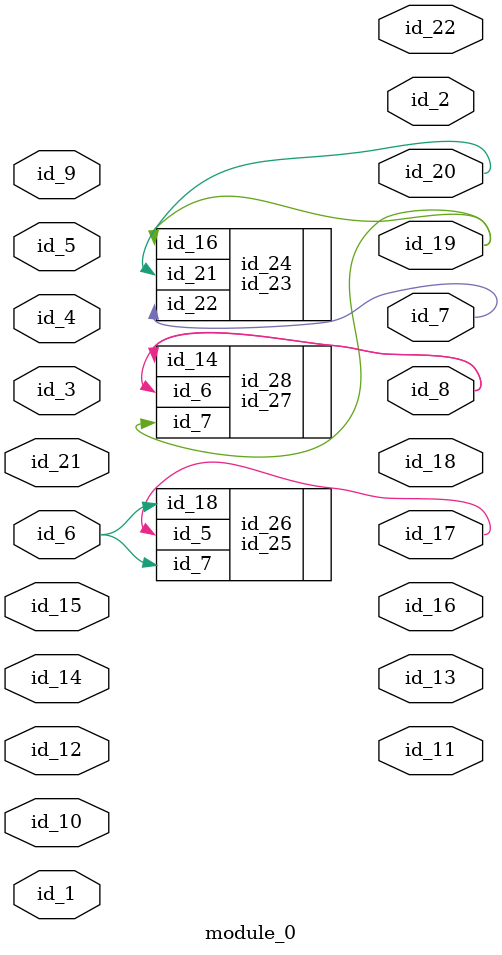
<source format=v>
module module_0 (
    id_1,
    id_2,
    id_3,
    id_4,
    id_5,
    id_6,
    id_7,
    id_8,
    id_9,
    id_10,
    id_11,
    id_12,
    id_13,
    id_14,
    id_15,
    id_16,
    id_17,
    id_18,
    id_19,
    id_20,
    id_21,
    id_22
);
  output id_22;
  input id_21;
  output id_20;
  output id_19;
  output id_18;
  output id_17;
  output id_16;
  input id_15;
  input id_14;
  output id_13;
  input id_12;
  output id_11;
  input id_10;
  input id_9;
  output id_8;
  output id_7;
  input id_6;
  input id_5;
  input id_4;
  input id_3;
  output id_2;
  input id_1;
  id_23 id_24 (
      .id_21(id_20),
      .id_22(id_7),
      .id_16(id_19)
  );
  id_25 id_26 (
      .id_5 (id_17),
      .id_7 (id_6),
      .id_18(id_6)
  );
  id_27 id_28 (
      .id_6 (id_8),
      .id_7 (id_19),
      .id_14(id_8)
  );
endmodule

</source>
